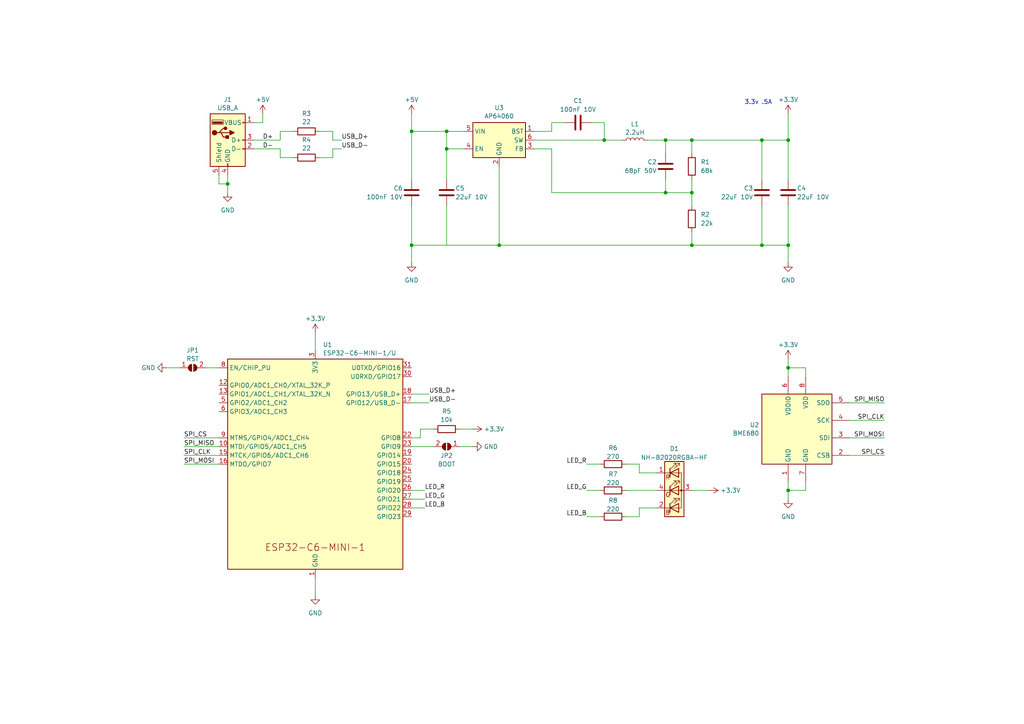
<source format=kicad_sch>
(kicad_sch (version 20230121) (generator eeschema)
  (paper "A4")
  (lib_symbols
    (symbol "Connector:USB_A" (pin_names (offset 1.016))
      (property "Reference" "J" (at -5.08 11.43 0))
      (property "Value" "USB_A" (at -5.08 8.89 0))
      (symbol "USB_A_0_1"
        (rectangle (start -5.08 -7.62) (end 5.08 7.62) (stroke (width 0.254)) (fill (type background)))
        (circle (center -3.81 2.159) (radius 0.635) (stroke (width 0.254)) (fill (type outline)))
        (rectangle (start -1.524 4.826) (end -4.318 5.334) (fill (type outline)))
        (rectangle (start -1.27 4.572) (end -4.572 5.842))
        (circle (center -0.635 3.429) (radius 0.381) (stroke (width 0.254)) (fill (type outline)))
        (rectangle (start -0.127 -7.62) (end 0.127 -6.858))
        (polyline (pts (xy -3.175 2.159) (xy -2.54 2.159) (xy -1.27 3.429) (xy -0.635 3.429)) (stroke (width 0.254)))
        (polyline (pts (xy -2.54 2.159) (xy -1.905 2.159) (xy -1.27 0.889) (xy 0 0.889)) (stroke (width 0.254)))
        (polyline (pts (xy 0.635 2.794) (xy 0.635 1.524) (xy 1.905 2.159) (xy 0.635 2.794)) (stroke (width 0.254)) (fill (type outline)))
        (rectangle (start 0.254 1.27) (end -0.508 0.508) (stroke (width 0.254)) (fill (type outline)))
        (rectangle (start 5.08 -2.667) (end 4.318 -2.413))
        (rectangle (start 5.08 -0.127) (end 4.318 0.127))
        (rectangle (start 5.08 4.953) (end 4.318 5.207))
      )
      (symbol "USB_A_1_1"
        (polyline (pts (xy -1.905 2.159) (xy 0.635 2.159)) (stroke (width 0.254)))
        (pin power_in line (at 7.62 5.08 180) (length 2.54) (name "VBUS") (number "1"))
        (pin bidirectional line (at 7.62 -2.54 180) (length 2.54) (name "D-") (number "2"))
        (pin bidirectional line (at 7.62 0 180) (length 2.54) (name "D+") (number "3"))
        (pin power_in line (at 0 -10.16 90) (length 2.54) (name "GND") (number "4"))
        (pin passive line (at -2.54 -10.16 90) (length 2.54) (name "Shield") (number "5"))
      )
    )
    (symbol "Device:C" (pin_numbers hide) (pin_names (offset 0.254))
      (property "Reference" "C" (at 0.635 2.54 0))
      (property "Value" "C" (at 0.635 -2.54 0))
      (symbol "C_0_1"
        (polyline (pts (xy -2.032 -0.762) (xy 2.032 -0.762)) (stroke (width 0.508)))
        (polyline (pts (xy -2.032 0.762) (xy 2.032 0.762)) (stroke (width 0.508)))
      )
      (symbol "C_1_1"
        (pin passive line (at 0 3.81 270) (length 2.794) (name "~") (number "1"))
        (pin passive line (at 0 -3.81 90) (length 2.794) (name "~") (number "2"))
      )
    )
    (symbol "Device:L" (pin_numbers hide) (pin_names (offset 1.016) hide)
      (property "Reference" "L" (at -1.27 0 90))
      (property "Value" "L" (at 1.905 0 90))
      (symbol "L_0_1"
        (arc (start 0 -2.54) (mid 0.6323 -1.905) (end 0 -1.27))
        (arc (start 0 -1.27) (mid 0.6323 -0.635) (end 0 0))
        (arc (start 0 0) (mid 0.6323 0.635) (end 0 1.27))
        (arc (start 0 1.27) (mid 0.6323 1.905) (end 0 2.54))
      )
      (symbol "L_1_1"
        (pin passive line (at 0 3.81 270) (length 1.27) (name "1") (number "1"))
        (pin passive line (at 0 -3.81 90) (length 1.27) (name "2") (number "2"))
      )
    )
    (symbol "Device:LED_RBAG" (pin_names (offset 0) hide)
      (property "Reference" "D" (at 0 9.398 0))
      (property "Value" "LED_RBAG" (at 0 -8.89 0))
      (symbol "LED_RBAG_0_0"
        (text "B" (at -1.905 -6.35 0) (effects (font (size 1.27 1.27))))
        (text "G" (at -1.905 -1.27 0) (effects (font (size 1.27 1.27))))
        (text "R" (at -1.905 3.81 0) (effects (font (size 1.27 1.27))))
      )
      (symbol "LED_RBAG_0_1"
        (polyline (pts (xy -1.27 -5.08) (xy -2.54 -5.08)))
        (polyline (pts (xy -1.27 -5.08) (xy 1.27 -5.08)))
        (polyline (pts (xy -1.27 -3.81) (xy -1.27 -6.35)) (stroke (width 0.254)))
        (polyline (pts (xy -1.27 0) (xy -2.54 0)))
        (polyline (pts (xy -1.27 1.27) (xy -1.27 -1.27)) (stroke (width 0.254)))
        (polyline (pts (xy -1.27 5.08) (xy -2.54 5.08)))
        (polyline (pts (xy -1.27 5.08) (xy 1.27 5.08)))
        (polyline (pts (xy -1.27 6.35) (xy -1.27 3.81)) (stroke (width 0.254)))
        (polyline (pts (xy 1.27 0) (xy -1.27 0)))
        (polyline (pts (xy 1.27 0) (xy 2.54 0)))
        (polyline (pts (xy -1.27 1.27) (xy -1.27 -1.27) (xy -1.27 -1.27)))
        (polyline (pts (xy -1.27 6.35) (xy -1.27 3.81) (xy -1.27 3.81)))
        (polyline (pts (xy 1.27 -5.08) (xy 2.032 -5.08) (xy 2.032 5.08) (xy 1.27 5.08)))
        (polyline (pts (xy 1.27 -3.81) (xy 1.27 -6.35) (xy -1.27 -5.08) (xy 1.27 -3.81)) (stroke (width 0.254)))
        (polyline (pts (xy 1.27 1.27) (xy 1.27 -1.27) (xy -1.27 0) (xy 1.27 1.27)) (stroke (width 0.254)))
        (polyline (pts (xy 1.27 6.35) (xy 1.27 3.81) (xy -1.27 5.08) (xy 1.27 6.35)) (stroke (width 0.254)))
        (polyline (pts (xy -1.016 -3.81) (xy 0.508 -2.286) (xy -0.254 -2.286) (xy 0.508 -2.286) (xy 0.508 -3.048)))
        (polyline (pts (xy -1.016 1.27) (xy 0.508 2.794) (xy -0.254 2.794) (xy 0.508 2.794) (xy 0.508 2.032)))
        (polyline (pts (xy -1.016 6.35) (xy 0.508 7.874) (xy -0.254 7.874) (xy 0.508 7.874) (xy 0.508 7.112)))
        (polyline (pts (xy 0 -3.81) (xy 1.524 -2.286) (xy 0.762 -2.286) (xy 1.524 -2.286) (xy 1.524 -3.048)))
        (polyline (pts (xy 0 1.27) (xy 1.524 2.794) (xy 0.762 2.794) (xy 1.524 2.794) (xy 1.524 2.032)))
        (polyline (pts (xy 0 6.35) (xy 1.524 7.874) (xy 0.762 7.874) (xy 1.524 7.874) (xy 1.524 7.112)))
        (rectangle (start 1.27 -1.27) (end 1.27 1.27))
        (rectangle (start 1.27 1.27) (end 1.27 1.27))
        (rectangle (start 1.27 3.81) (end 1.27 6.35))
        (rectangle (start 1.27 6.35) (end 1.27 6.35))
        (circle (center 2.032 0) (radius 0.254) (fill (type outline)))
        (rectangle (start 2.794 8.382) (end -2.794 -7.62) (stroke (width 0.254)) (fill (type background)))
      )
      (symbol "LED_RBAG_1_1"
        (pin passive line (at -5.08 5.08 0) (length 2.54) (name "RK") (number "1"))
        (pin passive line (at -5.08 -5.08 0) (length 2.54) (name "BK") (number "2"))
        (pin passive line (at 5.08 0 180) (length 2.54) (name "A") (number "3"))
        (pin passive line (at -5.08 0 0) (length 2.54) (name "GK") (number "4"))
      )
    )
    (symbol "Device:R" (pin_numbers hide) (pin_names (offset 0))
      (property "Reference" "R" (at 2.032 0 90))
      (property "Value" "R" (at 0 0 90))
      (symbol "R_0_1"
        (rectangle (start -1.016 -2.54) (end 1.016 2.54) (stroke (width 0.254)))
      )
      (symbol "R_1_1"
        (pin passive line (at 0 3.81 270) (length 1.27) (name "~") (number "1"))
        (pin passive line (at 0 -3.81 90) (length 1.27) (name "~") (number "2"))
      )
    )
    (symbol "Jumper:SolderJumper_2_Open" (pin_names (offset 0) hide)
      (property "Reference" "JP" (at 0 2.032 0))
      (property "Value" "SolderJumper_2_Open" (at 0 -2.54 0))
      (symbol "SolderJumper_2_Open_0_1"
        (arc (start -0.254 1.016) (mid -1.2656 0) (end -0.254 -1.016))
        (arc (start -0.254 1.016) (mid -1.2656 0) (end -0.254 -1.016) (fill (type outline)))
        (polyline (pts (xy -0.254 1.016) (xy -0.254 -1.016)))
        (polyline (pts (xy 0.254 1.016) (xy 0.254 -1.016)))
        (arc (start 0.254 -1.016) (mid 1.2656 0) (end 0.254 1.016))
        (arc (start 0.254 -1.016) (mid 1.2656 0) (end 0.254 1.016) (fill (type outline)))
      )
      (symbol "SolderJumper_2_Open_1_1"
        (pin passive line (at -3.81 0 0) (length 2.54) (name "A") (number "1"))
        (pin passive line (at 3.81 0 180) (length 2.54) (name "B") (number "2"))
      )
    )
    (symbol "PCM_Espressif:ESP32-C6-MINI-1/U"
      (property "Reference" "U" (at -25.4 35.56 0))
      (property "Value" "ESP32-C6-MINI-1/U" (at -25.4 33.02 0))
      (symbol "ESP32-C6-MINI-1/U_0_0"
        (text "ESP32-C6-MINI-1" (at 0 -24.13 0) (effects (font (size 2 2))))
      )
      (symbol "ESP32-C6-MINI-1/U_0_1"
        (rectangle (start -25.4 30.48) (end 25.4 -30.48) (stroke (width 0.254)) (fill (type background)))
      )
      (symbol "ESP32-C6-MINI-1/U_1_1"
        (pin power_in line (at 0 -33.02 90) (length 2.54) (name "GND") (number "1"))
        (pin bidirectional line (at -27.94 5.08 0) (length 2.54) (name "MTDI/GPIO5/ADC1_CH5") (number "10"))
        (pin passive line (at 0 -33.02 90) (length 2.54) hide (name "GND") (number "11"))
        (pin bidirectional line (at -27.94 22.86 0) (length 2.54) (name "GPIO0/ADC1_CH0/XTAL_32K_P") (number "12"))
        (pin bidirectional line (at -27.94 20.32 0) (length 2.54) (name "GPIO1/ADC1_CH1/XTAL_32K_N") (number "13"))
        (pin passive line (at 0 -33.02 90) (length 2.54) hide (name "GND") (number "14"))
        (pin bidirectional line (at -27.94 2.54 0) (length 2.54) (name "MTCK/GPIO6/ADC1_CH6") (number "15"))
        (pin bidirectional line (at -27.94 0 0) (length 2.54) (name "MTDO/GPIO7") (number "16"))
        (pin bidirectional line (at 27.94 17.78 180) (length 2.54) (name "GPIO12/USB_D-") (number "17"))
        (pin bidirectional line (at 27.94 20.32 180) (length 2.54) (name "GPIO13/USB_D+") (number "18"))
        (pin bidirectional line (at 27.94 2.54 180) (length 2.54) (name "GPIO14") (number "19"))
        (pin passive line (at 0 -33.02 90) (length 2.54) hide (name "GND") (number "2"))
        (pin bidirectional line (at 27.94 0 180) (length 2.54) (name "GPIO15") (number "20"))
        (pin no_connect line (at -25.4 -10.16 0) (length 2.54) hide (name "NC") (number "21"))
        (pin bidirectional line (at 27.94 7.62 180) (length 2.54) (name "GPIO8") (number "22"))
        (pin bidirectional line (at 27.94 5.08 180) (length 2.54) (name "GPIO9") (number "23"))
        (pin bidirectional line (at 27.94 -2.54 180) (length 2.54) (name "GPIO18") (number "24"))
        (pin bidirectional line (at 27.94 -5.08 180) (length 2.54) (name "GPIO19") (number "25"))
        (pin bidirectional line (at 27.94 -7.62 180) (length 2.54) (name "GPIO20") (number "26"))
        (pin bidirectional line (at 27.94 -10.16 180) (length 2.54) (name "GPIO21") (number "27"))
        (pin bidirectional line (at 27.94 -12.7 180) (length 2.54) (name "GPIO22") (number "28"))
        (pin bidirectional line (at 27.94 -15.24 180) (length 2.54) (name "GPIO23") (number "29"))
        (pin power_in line (at 0 33.02 270) (length 2.54) (name "3V3") (number "3"))
        (pin bidirectional line (at 27.94 25.4 180) (length 2.54) (name "U0RXD/GPIO17") (number "30"))
        (pin bidirectional line (at 27.94 27.94 180) (length 2.54) (name "U0TXD/GPIO16") (number "31"))
        (pin no_connect line (at -25.4 -12.7 0) (length 2.54) hide (name "NC") (number "32"))
        (pin no_connect line (at -25.4 -15.24 0) (length 2.54) hide (name "NC") (number "33"))
        (pin no_connect line (at -25.4 -17.78 0) (length 2.54) hide (name "NC") (number "34"))
        (pin no_connect line (at -25.4 -20.32 0) (length 2.54) hide (name "NC") (number "35"))
        (pin passive line (at 0 -33.02 90) (length 2.54) hide (name "GND") (number "36"))
        (pin passive line (at 0 -33.02 90) (length 2.54) hide (name "GND") (number "37"))
        (pin passive line (at 0 -33.02 90) (length 2.54) hide (name "GND") (number "38"))
        (pin passive line (at 0 -33.02 90) (length 2.54) hide (name "GND") (number "39"))
        (pin no_connect line (at -25.4 -5.08 0) (length 2.54) hide (name "NC") (number "4"))
        (pin passive line (at 0 -33.02 90) (length 2.54) hide (name "GND") (number "40"))
        (pin passive line (at 0 -33.02 90) (length 2.54) hide (name "GND") (number "41"))
        (pin passive line (at 0 -33.02 90) (length 2.54) hide (name "GND") (number "42"))
        (pin passive line (at 0 -33.02 90) (length 2.54) hide (name "GND") (number "43"))
        (pin passive line (at 0 -33.02 90) (length 2.54) hide (name "GND") (number "44"))
        (pin passive line (at 0 -33.02 90) (length 2.54) hide (name "GND") (number "45"))
        (pin passive line (at 0 -33.02 90) (length 2.54) hide (name "GND") (number "46"))
        (pin passive line (at 0 -33.02 90) (length 2.54) hide (name "GND") (number "47"))
        (pin passive line (at 0 -33.02 90) (length 2.54) hide (name "GND") (number "48"))
        (pin passive line (at 0 -33.02 90) (length 2.54) hide (name "GND") (number "49"))
        (pin bidirectional line (at -27.94 17.78 0) (length 2.54) (name "GPIO2/ADC1_CH2") (number "5"))
        (pin passive line (at 0 -33.02 90) (length 2.54) hide (name "GND") (number "50"))
        (pin passive line (at 0 -33.02 90) (length 2.54) hide (name "GND") (number "51"))
        (pin passive line (at 0 -33.02 90) (length 2.54) hide (name "GND") (number "52"))
        (pin passive line (at 0 -33.02 90) (length 2.54) hide (name "GND") (number "53"))
        (pin bidirectional line (at -27.94 15.24 0) (length 2.54) (name "GPIO3/ADC1_CH3") (number "6"))
        (pin no_connect line (at -25.4 -7.62 0) (length 2.54) hide (name "NC") (number "7"))
        (pin input line (at -27.94 27.94 0) (length 2.54) (name "EN/CHIP_PU") (number "8"))
        (pin bidirectional line (at -27.94 7.62 0) (length 2.54) (name "MTMS/GPIO4/ADC1_CH4") (number "9"))
      )
    )
    (symbol "Sensor:BME680"
      (property "Reference" "U" (at -8.89 11.43 0))
      (property "Value" "BME680" (at 7.62 11.43 0))
      (symbol "BME680_0_1"
        (rectangle (start -10.16 10.16) (end 10.16 -10.16) (stroke (width 0.254)) (fill (type background)))
      )
      (symbol "BME680_1_1"
        (pin power_in line (at -2.54 -15.24 90) (length 5.08) (name "GND") (number "1"))
        (pin input line (at 15.24 -7.62 180) (length 5.08) (name "CSB") (number "2"))
        (pin bidirectional line (at 15.24 -2.54 180) (length 5.08) (name "SDI") (number "3"))
        (pin input line (at 15.24 2.54 180) (length 5.08) (name "SCK") (number "4"))
        (pin bidirectional line (at 15.24 7.62 180) (length 5.08) (name "SDO") (number "5"))
        (pin power_in line (at -2.54 15.24 270) (length 5.08) (name "VDDIO") (number "6"))
        (pin power_in line (at 2.54 -15.24 90) (length 5.08) (name "GND") (number "7"))
        (pin power_in line (at 2.54 15.24 270) (length 5.08) (name "VDD") (number "8"))
      )
    )
    (symbol "power:+3.3V" (power) (pin_names (offset 0))
      (property "Value" "+3.3V" (at 0 3.556 0))
      (symbol "+3.3V_0_1"
        (polyline (pts (xy -0.762 1.27) (xy 0 2.54)))
        (polyline (pts (xy 0 0) (xy 0 2.54)))
        (polyline (pts (xy 0 2.54) (xy 0.762 1.27)))
      )
      (symbol "+3.3V_1_1"
        (pin power_in line (at 0 0 90) (length 0) hide (name "+3.3V") (number "1"))
      )
    )
    (symbol "power:+5V" (power) (pin_names (offset 0))
      (property "Value" "+5V" (at 0 3.556 0))
      (symbol "+5V_0_1"
        (polyline (pts (xy -0.762 1.27) (xy 0 2.54)))
        (polyline (pts (xy 0 0) (xy 0 2.54)))
        (polyline (pts (xy 0 2.54) (xy 0.762 1.27)))
      )
      (symbol "+5V_1_1"
        (pin power_in line (at 0 0 90) (length 0) hide (name "+5V") (number "1"))
      )
    )
    (symbol "power:GND" (power) (pin_names (offset 0))
      (property "Value" "GND" (at 0 -3.81 0))
      (symbol "GND_0_1"
        (polyline (pts (xy 0 0) (xy 0 -1.27) (xy 1.27 -1.27) (xy 0 -2.54) (xy -1.27 -1.27) (xy 0 -1.27)))
      )
      (symbol "GND_1_1"
        (pin power_in line (at 0 0 270) (length 0) hide (name "GND") (number "1"))
      )
    )
    (symbol "qtech:AP64060"
      (property "Reference" "U" (at 0 8.89 0))
      (property "Value" "AP64060" (at 0 6.35 0))
      (symbol "AP64060_0_0"
        (text "" (at 0 5.08 0) (effects (font (size 1.27 1.27))))
      )
      (symbol "AP64060_0_1"
        (rectangle (start -7.62 5.08) (end 7.62 -5.08) (stroke (width 0.254)) (fill (type background)))
      )
      (symbol "AP64060_1_1"
        (pin passive line (at 10.16 2.54 180) (length 2.54) (name "BST") (number "1"))
        (pin power_in line (at 0 -7.62 90) (length 2.54) (name "GND") (number "2"))
        (pin input line (at 10.16 -2.54 180) (length 2.54) (name "FB") (number "3"))
        (pin input line (at -10.16 -2.54 0) (length 2.54) (name "EN") (number "4"))
        (pin power_in line (at -10.16 2.54 0) (length 2.54) (name "VIN") (number "5"))
        (pin output line (at 10.16 0 180) (length 2.54) (name "SW") (number "6"))
      )
    )
  )
  (junction (at 193.04 55.88))
  (junction (at 228.6 71.12))
  (junction (at 220.98 71.12))
  (junction (at 228.6 142.24))
  (junction (at 129.54 38.1))
  (junction (at 220.98 40.64))
  (junction (at 228.6 106.68))
  (junction (at 193.04 40.64))
  (junction (at 66.04 53.34))
  (junction (at 119.38 71.12))
  (junction (at 200.66 55.88))
  (junction (at 119.38 38.1))
  (junction (at 200.66 40.64))
  (junction (at 144.78 71.12))
  (junction (at 200.66 71.12))
  (junction (at 129.54 43.18))
  (junction (at 228.6 40.64))
  (junction (at 175.26 40.64))
  (wire (pts (xy 91.44 96.52) (xy 91.44 101.6)))
  (wire (pts (xy 96.52 38.1) (xy 96.52 40.64)))
  (wire (pts (xy 144.78 48.26) (xy 144.78 71.12)))
  (wire (pts (xy 228.6 59.69) (xy 228.6 71.12)))
  (wire (pts (xy 233.68 106.68) (xy 233.68 109.22)))
  (wire (pts (xy 170.18 142.24) (xy 173.99 142.24)))
  (wire (pts (xy 228.6 76.2) (xy 228.6 71.12)))
  (wire (pts (xy 121.92 127) (xy 121.92 124.46)))
  (wire (pts (xy 81.28 45.72) (xy 81.28 43.18)))
  (wire (pts (xy 228.6 40.64) (xy 228.6 52.07)))
  (wire (pts (xy 171.45 35.56) (xy 175.26 35.56)))
  (wire (pts (xy 81.28 45.72) (xy 85.09 45.72)))
  (wire (pts (xy 154.94 40.64) (xy 175.26 40.64)))
  (wire (pts (xy 63.5 50.8) (xy 63.5 53.34)))
  (wire (pts (xy 256.54 127) (xy 246.38 127)))
  (wire (pts (xy 92.71 45.72) (xy 96.52 45.72)))
  (wire (pts (xy 228.6 144.78) (xy 228.6 142.24)))
  (wire (pts (xy 154.94 43.18) (xy 160.02 43.18)))
  (wire (pts (xy 175.26 35.56) (xy 175.26 40.64)))
  (wire (pts (xy 63.5 53.34) (xy 66.04 53.34)))
  (wire (pts (xy 256.54 116.84) (xy 246.38 116.84)))
  (wire (pts (xy 200.66 55.88) (xy 200.66 52.07)))
  (wire (pts (xy 81.28 43.18) (xy 73.66 43.18)))
  (wire (pts (xy 81.28 40.64) (xy 73.66 40.64)))
  (wire (pts (xy 73.66 35.56) (xy 76.2 35.56)))
  (wire (pts (xy 53.34 132.08) (xy 63.5 132.08)))
  (wire (pts (xy 220.98 40.64) (xy 228.6 40.64)))
  (wire (pts (xy 119.38 38.1) (xy 129.54 38.1)))
  (wire (pts (xy 53.34 134.62) (xy 63.5 134.62)))
  (wire (pts (xy 53.34 127) (xy 63.5 127)))
  (wire (pts (xy 123.19 144.78) (xy 119.38 144.78)))
  (wire (pts (xy 193.04 55.88) (xy 200.66 55.88)))
  (wire (pts (xy 137.16 129.54) (xy 133.35 129.54)))
  (wire (pts (xy 119.38 33.02) (xy 119.38 38.1)))
  (wire (pts (xy 48.26 106.68) (xy 52.07 106.68)))
  (wire (pts (xy 160.02 35.56) (xy 163.83 35.56)))
  (wire (pts (xy 185.42 137.16) (xy 190.5 137.16)))
  (wire (pts (xy 185.42 147.32) (xy 190.5 147.32)))
  (wire (pts (xy 96.52 45.72) (xy 96.52 43.18)))
  (wire (pts (xy 185.42 134.62) (xy 185.42 137.16)))
  (wire (pts (xy 228.6 142.24) (xy 233.68 142.24)))
  (wire (pts (xy 175.26 40.64) (xy 180.34 40.64)))
  (wire (pts (xy 119.38 76.2) (xy 119.38 71.12)))
  (wire (pts (xy 129.54 38.1) (xy 134.62 38.1)))
  (wire (pts (xy 119.38 116.84) (xy 124.46 116.84)))
  (wire (pts (xy 129.54 43.18) (xy 134.62 43.18)))
  (wire (pts (xy 119.38 127) (xy 121.92 127)))
  (wire (pts (xy 133.35 124.46) (xy 137.16 124.46)))
  (wire (pts (xy 119.38 38.1) (xy 119.38 52.07)))
  (wire (pts (xy 256.54 132.08) (xy 246.38 132.08)))
  (wire (pts (xy 119.38 59.69) (xy 119.38 71.12)))
  (wire (pts (xy 53.34 129.54) (xy 63.5 129.54)))
  (wire (pts (xy 185.42 149.86) (xy 185.42 147.32)))
  (wire (pts (xy 200.66 142.24) (xy 205.74 142.24)))
  (wire (pts (xy 91.44 172.72) (xy 91.44 167.64)))
  (wire (pts (xy 220.98 71.12) (xy 200.66 71.12)))
  (wire (pts (xy 220.98 59.69) (xy 220.98 71.12)))
  (wire (pts (xy 119.38 71.12) (xy 144.78 71.12)))
  (wire (pts (xy 228.6 106.68) (xy 233.68 106.68)))
  (wire (pts (xy 181.61 142.24) (xy 190.5 142.24)))
  (wire (pts (xy 200.66 55.88) (xy 200.66 59.69)))
  (wire (pts (xy 200.66 44.45) (xy 200.66 40.64)))
  (wire (pts (xy 160.02 35.56) (xy 160.02 38.1)))
  (wire (pts (xy 193.04 52.07) (xy 193.04 55.88)))
  (wire (pts (xy 228.6 106.68) (xy 228.6 109.22)))
  (wire (pts (xy 170.18 149.86) (xy 173.99 149.86)))
  (wire (pts (xy 123.19 147.32) (xy 119.38 147.32)))
  (wire (pts (xy 181.61 149.86) (xy 185.42 149.86)))
  (wire (pts (xy 187.96 40.64) (xy 193.04 40.64)))
  (wire (pts (xy 59.69 106.68) (xy 63.5 106.68)))
  (wire (pts (xy 125.73 129.54) (xy 119.38 129.54)))
  (wire (pts (xy 220.98 40.64) (xy 220.98 52.07)))
  (wire (pts (xy 228.6 33.02) (xy 228.6 40.64)))
  (wire (pts (xy 200.66 67.31) (xy 200.66 71.12)))
  (wire (pts (xy 193.04 40.64) (xy 200.66 40.64)))
  (wire (pts (xy 66.04 53.34) (xy 66.04 50.8)))
  (wire (pts (xy 144.78 71.12) (xy 200.66 71.12)))
  (wire (pts (xy 154.94 38.1) (xy 160.02 38.1)))
  (wire (pts (xy 129.54 43.18) (xy 129.54 38.1)))
  (wire (pts (xy 170.18 134.62) (xy 173.99 134.62)))
  (wire (pts (xy 160.02 43.18) (xy 160.02 55.88)))
  (wire (pts (xy 256.54 121.92) (xy 246.38 121.92)))
  (wire (pts (xy 233.68 142.24) (xy 233.68 139.7)))
  (wire (pts (xy 121.92 124.46) (xy 125.73 124.46)))
  (wire (pts (xy 123.19 142.24) (xy 119.38 142.24)))
  (wire (pts (xy 181.61 134.62) (xy 185.42 134.62)))
  (wire (pts (xy 92.71 38.1) (xy 96.52 38.1)))
  (wire (pts (xy 129.54 59.69) (xy 129.54 71.12)))
  (wire (pts (xy 96.52 43.18) (xy 99.06 43.18)))
  (wire (pts (xy 200.66 40.64) (xy 220.98 40.64)))
  (wire (pts (xy 228.6 142.24) (xy 228.6 139.7)))
  (wire (pts (xy 228.6 104.14) (xy 228.6 106.68)))
  (wire (pts (xy 76.2 33.02) (xy 76.2 35.56)))
  (wire (pts (xy 193.04 40.64) (xy 193.04 44.45)))
  (wire (pts (xy 119.38 114.3) (xy 124.46 114.3)))
  (wire (pts (xy 129.54 52.07) (xy 129.54 43.18)))
  (wire (pts (xy 81.28 38.1) (xy 81.28 40.64)))
  (wire (pts (xy 96.52 40.64) (xy 99.06 40.64)))
  (wire (pts (xy 66.04 55.88) (xy 66.04 53.34)))
  (wire (pts (xy 228.6 71.12) (xy 220.98 71.12)))
  (wire (pts (xy 160.02 55.88) (xy 193.04 55.88)))
  (wire (pts (xy 81.28 38.1) (xy 85.09 38.1)))
  (text "3.3v .5A" (at 215.9 30.48 0) (effects (font (size 1.27 1.27)) (justify left bottom)))
  (label "SPI_MISO" (at 53.34 129.54 0))
  (label "SPI_CLK" (at 256.54 121.92 180))
  (label "USB_D+" (at 124.46 114.3 0))
  (label "LED_R" (at 123.19 142.24 0))
  (label "SPI_MISO" (at 256.54 116.84 180))
  (label "LED_R" (at 170.18 134.62 180))
  (label "D+" (at 76.2 40.64 0))
  (label "SPI_CS" (at 53.34 127 0))
  (label "SPI_MOSI" (at 256.54 127 180))
  (label "SPI_CS" (at 256.54 132.08 180))
  (label "SPI_MOSI" (at 53.34 134.62 0))
  (label "LED_G" (at 170.18 142.24 180))
  (label "LED_B" (at 170.18 149.86 180))
  (label "SPI_CLK" (at 53.34 132.08 0))
  (label "D-" (at 76.2 43.18 0))
  (label "LED_G" (at 123.19 144.78 0))
  (label "USB_D-" (at 99.06 43.18 0))
  (label "USB_D-" (at 124.46 116.84 0))
  (label "USB_D+" (at 99.06 40.64 0))
  (label "LED_B" (at 123.19 147.32 0))
  (symbol (lib_id "Device:C") (at 119.38 55.88 0) (mirror y) (unit 1)
    (property "Reference" "C6" (at 116.84 54.61 0) (effects (justify left)))
    (property "Value" "100nF 10V" (at 116.84 57.15 0) (effects (justify left)))
    (property "Footprint" "Capacitor_SMD:C_0603_1608Metric" (effects hide))
    (property "Mfr#" "GCM31CR71A226KE02L" (effects hide))
  )
  (symbol (lib_id "Jumper:SolderJumper_2_Open") (at 55.88 106.68 0) (unit 1)
    (property "Reference" "JP1" (at 55.88 101.6 0))
    (property "Value" "RST" (at 55.88 104.0709 0))
    (property "Footprint" "Jumper:SolderJumper-2_P1.3mm_Open_RoundedPad1.0x1.5mm" (effects hide))
  )
  (symbol (lib_id "power:GND") (at 91.44 172.72 0) (unit 1)
    (property "Reference" "#PWR010" (effects hide))
    (property "Value" "GND" (at 91.44 177.8 0))
  )
  (symbol (lib_id "Connector:USB_A") (at 66.04 40.64 0) (unit 1)
    (property "Reference" "J1" (at 66.04 28.8757 0))
    (property "Value" "USB_A" (at 66.04 31.2999 0))
    (property "Footprint" "Connector_PinHeader_1.00mm:PinHeader_1x04_P1.00mm_Vertical" (effects hide))
    (property "Datasheet" " ~" (effects hide))
  )
  (symbol (lib_id "Device:R") (at 200.66 48.26 0) (unit 1)
    (property "Reference" "R1" (at 203.2 46.99 0) (effects (justify left)))
    (property "Value" "68k" (at 203.2 49.53 0) (effects (justify left)))
    (property "Footprint" "Resistor_SMD:R_0603_1608Metric" (effects hide))
  )
  (symbol (lib_id "PCM_Espressif:ESP32-C6-MINI-1/U") (at 91.44 134.62 0) (unit 1)
    (property "Reference" "U1" (at 93.6341 99.9957 0) (effects (justify left)))
    (property "Value" "ESP32-C6-MINI-1/U" (at 93.6341 102.4199 0) (effects (justify left)))
    (property "Footprint" "PCM_Espressif:ESP32-C6-MINI-1" (effects hide))
    (property "Datasheet" "https://www.espressif.com/sites/default/files/documentation/esp32-c6-mini-1_datasheet_en.pdf" (effects hide))
  )
  (symbol (lib_id "Device:R") (at 88.9 45.72 270) (unit 1)
    (property "Reference" "R4" (at 88.9 40.5597 90))
    (property "Value" "22" (at 88.9 42.9839 90))
    (property "Footprint" "Resistor_SMD:R_0402_1005Metric" (effects hide))
  )
  (symbol (lib_id "Device:C") (at 129.54 55.88 0) (unit 1)
    (property "Reference" "C5" (at 132.08 54.61 0) (effects (justify left)))
    (property "Value" "22uF 10V" (at 132.08 57.15 0) (effects (justify left)))
    (property "Footprint" "Capacitor_SMD:C_0603_1608Metric" (effects hide))
    (property "Mfr#" "GCM31CR71A226KE02L" (effects hide))
  )
  (symbol (lib_id "power:GND") (at 228.6 144.78 0) (unit 1)
    (property "Reference" "#PWR013" (effects hide))
    (property "Value" "GND" (at 228.6 149.86 0))
  )
  (symbol (lib_id "power:GND") (at 228.6 76.2 0) (unit 1)
    (property "Reference" "#PWR04" (effects hide))
    (property "Value" "GND" (at 228.6 81.28 0))
  )
  (symbol (lib_id "Device:R") (at 177.8 149.86 90) (unit 1)
    (property "Reference" "R8" (at 177.8 145.1442 90))
    (property "Value" "220" (at 177.8 147.6811 90))
    (property "Footprint" "Resistor_SMD:R_0402_1005Metric" (effects hide))
  )
  (symbol (lib_id "qtech:AP64060") (at 144.78 40.64 0) (unit 1)
    (property "Reference" "U3" (at 144.78 31.2641 0))
    (property "Value" "AP64060" (at 144.78 33.6883 0))
    (property "Footprint" "Package_SO:TSOP-6_1.65x3.05mm_P0.95mm" (effects hide))
    (property "Datasheet" "https://www.mouser.com/datasheet/2/115/AP64060Q-3103602.pdf" (effects hide))
  )
  (symbol (lib_id "power:+5V") (at 119.38 33.02 0) (unit 1)
    (property "Reference" "#PWR03" (effects hide))
    (property "Value" "+5V" (at 119.38 28.8869 0))
  )
  (symbol (lib_id "power:+3.3V") (at 228.6 33.02 0) (unit 1)
    (property "Reference" "#PWR011" (effects hide))
    (property "Value" "+3.3V" (at 228.6 28.8869 0))
  )
  (symbol (lib_id "power:+3.3V") (at 137.16 124.46 270) (unit 1)
    (property "Reference" "#PWR07" (effects hide))
    (property "Value" "+3.3V" (at 140.335 124.46 90) (effects (justify left)))
  )
  (symbol (lib_id "Sensor:BME680") (at 231.14 124.46 0) (unit 1)
    (property "Reference" "U2" (at 220.2181 123.2479 0) (effects (justify right)))
    (property "Value" "BME680" (at 220.2181 125.6721 0) (effects (justify right)))
    (property "Footprint" "Package_LGA:Bosch_LGA-8_3x3mm_P0.8mm_ClockwisePinNumbering" (effects hide))
    (property "Datasheet" "https://ae-bst.resource.bosch.com/media/_tech/media/datasheets/BST-BME680-DS001.pdf" (effects hide))
  )
  (symbol (lib_id "Device:R") (at 129.54 124.46 90) (unit 1)
    (property "Reference" "R5" (at 129.54 119.2997 90))
    (property "Value" "10k" (at 129.54 121.7239 90))
    (property "Footprint" "Resistor_SMD:R_0402_1005Metric" (effects hide))
  )
  (symbol (lib_id "Device:C") (at 220.98 55.88 0) (mirror y) (unit 1)
    (property "Reference" "C3" (at 218.44 54.61 0) (effects (justify left)))
    (property "Value" "22uF 10V" (at 218.44 57.15 0) (effects (justify left)))
    (property "Footprint" "Capacitor_SMD:C_0603_1608Metric" (effects hide))
    (property "Mfr#" "GCM31CR71A226KE02L" (effects hide))
  )
  (symbol (lib_id "Device:C") (at 167.64 35.56 90) (unit 1)
    (property "Reference" "C1" (at 167.64 29.21 90))
    (property "Value" "100nF 10V" (at 167.64 31.75 90))
    (property "Footprint" "Capacitor_SMD:C_0402_1005Metric" (effects hide))
    (property "Mfr#" "CL05B104KA54PNC" (effects hide))
  )
  (symbol (lib_id "power:+3.3V") (at 205.74 142.24 270) (unit 1)
    (property "Reference" "#PWR015" (effects hide))
    (property "Value" "+3.3V" (at 208.915 142.24 90) (effects (justify left)))
  )
  (symbol (lib_id "Device:L") (at 184.15 40.64 90) (unit 1)
    (property "Reference" "L1" (at 184.15 35.9904 90))
    (property "Value" "2.2uH" (at 184.15 38.4146 90))
    (property "Footprint" "Inductor_SMD:L_Murata_DFE201610P" (effects hide))
  )
  (symbol (lib_id "Device:C") (at 228.6 55.88 0) (unit 1)
    (property "Reference" "C4" (at 231.14 54.61 0) (effects (justify left)))
    (property "Value" "22uF 10V" (at 231.14 57.15 0) (effects (justify left)))
    (property "Footprint" "Capacitor_SMD:C_0603_1608Metric" (effects hide))
    (property "Mfr#" "GCM31CR71A226KE02L" (effects hide))
  )
  (symbol (lib_id "power:+5V") (at 76.2 33.02 0) (unit 1)
    (property "Reference" "#PWR05" (effects hide))
    (property "Value" "+5V" (at 76.2 28.8869 0))
  )
  (symbol (lib_id "Device:R") (at 177.8 142.24 90) (unit 1)
    (property "Reference" "R7" (at 177.8 137.5242 90))
    (property "Value" "220" (at 177.8 140.0611 90))
    (property "Footprint" "Resistor_SMD:R_0402_1005Metric" (effects hide))
  )
  (symbol (lib_id "Device:R") (at 177.8 134.62 90) (unit 1)
    (property "Reference" "R6" (at 177.8 129.9042 90))
    (property "Value" "270" (at 177.8 132.4411 90))
    (property "Footprint" "Resistor_SMD:R_0402_1005Metric" (effects hide))
  )
  (symbol (lib_id "Device:C") (at 193.04 48.26 0) (mirror y) (unit 1)
    (property "Reference" "C2" (at 190.5 46.99 0) (effects (justify left)))
    (property "Value" "68pF 50V" (at 190.5 49.53 0) (effects (justify left)))
    (property "Footprint" "Capacitor_SMD:C_0603_1608Metric" (effects hide))
    (property "Mfr#" "GCM1555C1H680JA16D" (effects hide))
  )
  (symbol (lib_id "Device:R") (at 88.9 38.1 90) (unit 1)
    (property "Reference" "R3" (at 88.9 32.9397 90))
    (property "Value" "22" (at 88.9 35.3639 90))
    (property "Footprint" "Resistor_SMD:R_0402_1005Metric" (effects hide))
  )
  (symbol (lib_id "power:GND") (at 66.04 55.88 0) (unit 1)
    (property "Reference" "#PWR06" (effects hide))
    (property "Value" "GND" (at 66.04 60.96 0))
  )
  (symbol (lib_id "power:GND") (at 137.16 129.54 90) (unit 1)
    (property "Reference" "#PWR09" (effects hide))
    (property "Value" "GND" (at 140.3349 129.54 90) (effects (justify right)))
  )
  (symbol (lib_id "power:GND") (at 119.38 76.2 0) (unit 1)
    (property "Reference" "#PWR02" (effects hide))
    (property "Value" "GND" (at 119.38 81.28 0))
  )
  (symbol (lib_id "power:+3.3V") (at 91.44 96.52 0) (unit 1)
    (property "Reference" "#PWR01" (effects hide))
    (property "Value" "+3.3V" (at 91.44 92.3869 0))
  )
  (symbol (lib_id "Device:R") (at 200.66 63.5 0) (unit 1)
    (property "Reference" "R2" (at 203.2 62.23 0) (effects (justify left)))
    (property "Value" "22k" (at 203.2 64.77 0) (effects (justify left)))
    (property "Footprint" "Resistor_SMD:R_0603_1608Metric" (effects hide))
  )
  (symbol (lib_id "Device:LED_RBAG") (at 195.58 142.24 0) (unit 1)
    (property "Reference" "D1" (at 195.58 130.1582 0))
    (property "Value" "NH-B2020RGBA-HF" (at 195.58 132.6951 0))
    (property "Footprint" "qtech:LED_RGB_2518" (effects hide))
  )
  (symbol (lib_id "Jumper:SolderJumper_2_Open") (at 129.54 129.54 180) (unit 1)
    (property "Reference" "JP2" (at 129.54 132.1491 0))
    (property "Value" "BOOT" (at 129.54 134.62 0))
    (property "Footprint" "Jumper:SolderJumper-2_P1.3mm_Open_RoundedPad1.0x1.5mm" (effects hide))
  )
  (symbol (lib_id "power:+3.3V") (at 228.6 104.14 0) (unit 1)
    (property "Reference" "#PWR012" (effects hide))
    (property "Value" "+3.3V" (at 228.6 100.0069 0))
  )
  (symbol (lib_id "power:GND") (at 48.26 106.68 270) (unit 1)
    (property "Reference" "#PWR08" (effects hide))
    (property "Value" "GND" (at 45.0851 106.68 90) (effects (justify right)))
  )
)
</source>
